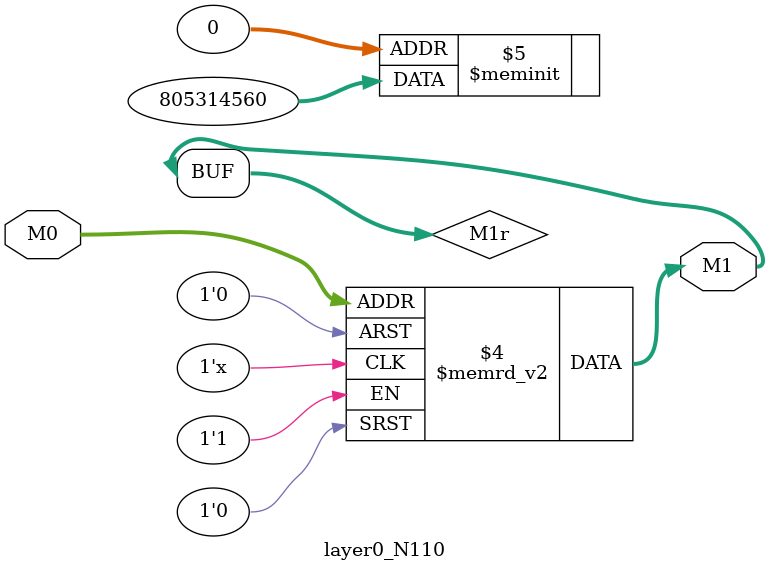
<source format=v>
module layer0_N110 ( input [3:0] M0, output [1:0] M1 );

	(*rom_style = "distributed" *) reg [1:0] M1r;
	assign M1 = M1r;
	always @ (M0) begin
		case (M0)
			4'b0000: M1r = 2'b00;
			4'b1000: M1r = 2'b00;
			4'b0100: M1r = 2'b00;
			4'b1100: M1r = 2'b00;
			4'b0010: M1r = 2'b00;
			4'b1010: M1r = 2'b00;
			4'b0110: M1r = 2'b10;
			4'b1110: M1r = 2'b11;
			4'b0001: M1r = 2'b00;
			4'b1001: M1r = 2'b00;
			4'b0101: M1r = 2'b00;
			4'b1101: M1r = 2'b00;
			4'b0011: M1r = 2'b00;
			4'b1011: M1r = 2'b00;
			4'b0111: M1r = 2'b00;
			4'b1111: M1r = 2'b00;

		endcase
	end
endmodule

</source>
